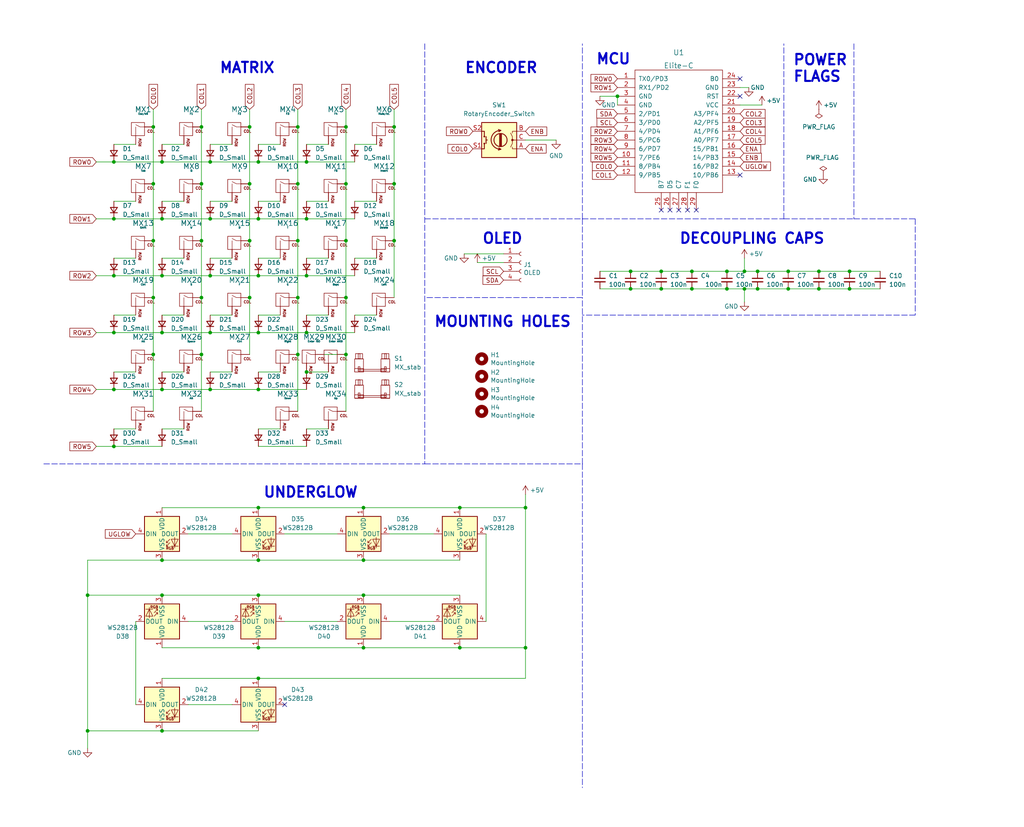
<source format=kicad_sch>
(kicad_sch (version 20211123) (generator eeschema)
  (paper "User" 297.002 240.005)
  (lib_symbols
    (symbol "Connector:Conn_01x04_Female" (pin_names (offset 1.016) hide)
      (property "Reference" "J" (at 0 5.08 0))
      (property "Value" "Conn_01x04_Female" (at 0 -7.62 0))
      (symbol "Conn_01x04_Female_1_1"
        (pin passive line (at -5.08 2.54 0) (length 3.81) (name "Pin_1") (number "1"))
        (pin passive line (at -5.08 0 0) (length 3.81) (name "Pin_2") (number "2"))
        (pin passive line (at -5.08 -2.54 0) (length 3.81) (name "Pin_3") (number "3"))
        (pin passive line (at -5.08 -5.08 0) (length 3.81) (name "Pin_4") (number "4"))
      )
    )
    (symbol "Device:C_Small" (pin_numbers hide) (pin_names (offset 0.254) hide)
      (property "Reference" "C" (at 0.254 1.778 0))
      (property "Value" "C_Small" (at 0.254 -2.032 0))
      (symbol "C_Small_1_1"
        (pin passive line (at 0 2.54 270) (length 2.032) (name "~") (number "1"))
        (pin passive line (at 0 -2.54 90) (length 2.032) (name "~") (number "2"))
      )
    )
    (symbol "Device:D_Small" (pin_numbers hide) (pin_names (offset 0.254) hide)
      (property "Reference" "D" (at -1.27 2.032 0))
      (property "Value" "D_Small" (at -3.81 -2.032 0))
      (symbol "D_Small_1_1"
        (pin passive line (at -2.54 0 0) (length 1.778) (name "K") (number "1"))
        (pin passive line (at 2.54 0 180) (length 1.778) (name "A") (number "2"))
      )
    )
    (symbol "Device:RotaryEncoder_Switch" (pin_names (offset 0.254) hide)
      (property "Reference" "SW" (at 0 6.604 0))
      (property "Value" "RotaryEncoder_Switch" (at 0 -6.604 0))
      (symbol "RotaryEncoder_Switch_1_1"
        (pin passive line (at -7.62 2.54 0) (length 2.54) (name "A") (number "A"))
        (pin passive line (at -7.62 -2.54 0) (length 2.54) (name "B") (number "B"))
        (pin passive line (at -7.62 0 0) (length 2.54) (name "C") (number "C"))
        (pin passive line (at 7.62 2.54 180) (length 2.54) (name "S1") (number "S1"))
        (pin passive line (at 7.62 -2.54 180) (length 2.54) (name "S2") (number "S2"))
      )
    )
    (symbol "LED:WS2812B" (pin_names (offset 0.254))
      (property "Reference" "D" (at 5.08 5.715 0))
      (property "Value" "WS2812B" (at 1.27 -5.715 0))
      (symbol "WS2812B_0_0"
        (text "RGB" (at 2.286 -4.191 0) (effects (font (size 0.762 0.762))))
      )
      (symbol "WS2812B_1_1"
        (pin power_in line (at 0 7.62 270) (length 2.54) (name "VDD") (number "1"))
        (pin output line (at 7.62 0 180) (length 2.54) (name "DOUT") (number "2"))
        (pin power_in line (at 0 -7.62 90) (length 2.54) (name "VSS") (number "3"))
        (pin input line (at -7.62 0 0) (length 2.54) (name "DIN") (number "4"))
      )
    )
    (symbol "MX_Alps_Hybrid:MX-NoLED" (pin_names (offset 1.016))
      (property "Reference" "MX" (at -0.635 3.81 0))
      (property "Value" "MX-NoLED" (at -0.635 1.27 0))
      (symbol "MX-NoLED_0_0"
        (text "COL" (at 3.175 0 0) (effects (font (size 0.762 0.762))))
        (text "ROW" (at 0 -1.905 900) (effects (font (size 0.762 0.762)) (justify right)))
      )
      (symbol "MX-NoLED_1_1"
        (pin passive line (at 3.81 1.27 180) (length 2.54) (name "COL") (number "1"))
        (pin passive line (at -1.27 -3.81 90) (length 2.54) (name "ROW") (number "2"))
      )
    )
    (symbol "Mechanical:MountingHole" (pin_names (offset 1.016))
      (property "Reference" "H" (at 0 5.08 0))
      (property "Value" "MountingHole" (at 0 3.175 0))
    )
    (symbol "keebio:Elite-C" (pin_names (offset 1.016))
      (property "Reference" "U" (at 0 0 0))
      (property "Value" "Elite-C" (at 0 2.54 0))
      (symbol "Elite-C_1_1"
        (pin input line (at -17.78 13.97 0) (length 5.08) (name "TX0/PD3") (number "1"))
        (pin input line (at -17.78 -8.89 0) (length 5.08) (name "7/PE6") (number "10"))
        (pin input line (at -17.78 -11.43 0) (length 5.08) (name "8/PB4") (number "11"))
        (pin input line (at -17.78 -13.97 0) (length 5.08) (name "9/PB5") (number "12"))
        (pin input line (at 17.78 -13.97 180) (length 5.08) (name "10/PB6") (number "13"))
        (pin input line (at 17.78 -11.43 180) (length 5.08) (name "16/PB2") (number "14"))
        (pin input line (at 17.78 -8.89 180) (length 5.08) (name "14/PB3") (number "15"))
        (pin input line (at 17.78 -6.35 180) (length 5.08) (name "15/PB1") (number "16"))
        (pin input line (at 17.78 -3.81 180) (length 5.08) (name "A0/PF7") (number "17"))
        (pin input line (at 17.78 -1.27 180) (length 5.08) (name "A1/PF6") (number "18"))
        (pin input line (at 17.78 1.27 180) (length 5.08) (name "A2/PF5") (number "19"))
        (pin input line (at -17.78 11.43 0) (length 5.08) (name "RX1/PD2") (number "2"))
        (pin input line (at 17.78 3.81 180) (length 5.08) (name "A3/PF4") (number "20"))
        (pin input line (at 17.78 6.35 180) (length 5.08) (name "VCC") (number "21"))
        (pin input line (at 17.78 8.89 180) (length 5.08) (name "RST") (number "22"))
        (pin input line (at 17.78 11.43 180) (length 5.08) (name "GND") (number "23"))
        (pin input line (at 17.78 13.97 180) (length 5.08) (name "B0") (number "24"))
        (pin input line (at -5.08 -24.13 90) (length 5.08) (name "B7") (number "25"))
        (pin input line (at -2.54 -24.13 90) (length 5.08) (name "D5") (number "26"))
        (pin input line (at 0 -24.13 90) (length 5.08) (name "C7") (number "27"))
        (pin input line (at 2.54 -24.13 90) (length 5.08) (name "F1") (number "28"))
        (pin input line (at 5.08 -24.13 90) (length 5.08) (name "F0") (number "29"))
        (pin input line (at -17.78 8.89 0) (length 5.08) (name "GND") (number "3"))
        (pin input line (at -17.78 6.35 0) (length 5.08) (name "GND") (number "4"))
        (pin input line (at -17.78 3.81 0) (length 5.08) (name "2/PD1") (number "5"))
        (pin input line (at -17.78 1.27 0) (length 5.08) (name "3/PD0") (number "6"))
        (pin input line (at -17.78 -1.27 0) (length 5.08) (name "4/PD4") (number "7"))
        (pin input line (at -17.78 -3.81 0) (length 5.08) (name "5/PC6") (number "8"))
        (pin input line (at -17.78 -6.35 0) (length 5.08) (name "6/PD7") (number "9"))
      )
    )
    (symbol "marbastlib-mx:MX_stab" (pin_names (offset 1.016))
      (property "Reference" "S" (at -5.08 6.35 0))
      (property "Value" "MX_stab" (at -5.08 3.81 0))
    )
    (symbol "power:+5V" (power) (pin_names (offset 0))
      (property "Value" "+5V" (at 0 3.556 0))
      (symbol "+5V_1_1"
        (pin power_in line (at 0 0 90) (length 0) hide (name "+5V") (number "1"))
      )
    )
    (symbol "power:GND" (power) (pin_names (offset 0))
      (property "Value" "GND" (at 0 -3.81 0))
      (symbol "GND_1_1"
        (pin power_in line (at 0 0 270) (length 0) hide (name "GND") (number "1"))
      )
    )
    (symbol "power:PWR_FLAG" (power) (pin_numbers hide) (pin_names (offset 0) hide)
      (property "Value" "PWR_FLAG" (at 0 3.81 0))
      (symbol "PWR_FLAG_0_0"
        (pin power_out line (at 0 0 90) (length 0) (name "pwr") (number "1"))
      )
    )
  )
  (junction (at 58.42 102.87))
  (junction (at 105.41 147.32))
  (junction (at 114.3 53.34))
  (junction (at 74.93 63.5))
  (junction (at 74.93 96.52))
  (junction (at 182.88 83.82))
  (junction (at 44.45 53.34))
  (junction (at 105.41 162.56))
  (junction (at 74.93 46.99))
  (junction (at 215.9 78.74))
  (junction (at 74.93 187.96))
  (junction (at 25.4 212.09))
  (junction (at 46.99 212.09))
  (junction (at 210.82 83.82))
  (junction (at 58.42 36.83))
  (junction (at 46.99 162.56))
  (junction (at 86.36 86.36))
  (junction (at 100.33 86.36))
  (junction (at 72.39 36.83))
  (junction (at 33.02 63.5))
  (junction (at 88.9 63.5))
  (junction (at 58.42 86.36))
  (junction (at 33.02 113.03))
  (junction (at 133.35 147.32))
  (junction (at 58.42 69.85))
  (junction (at 246.38 83.82))
  (junction (at 74.93 172.72))
  (junction (at 228.6 83.82))
  (junction (at 88.9 80.01))
  (junction (at 100.33 53.34))
  (junction (at 105.41 172.72))
  (junction (at 33.02 129.54))
  (junction (at 46.99 172.72))
  (junction (at 86.36 53.34))
  (junction (at 33.02 96.52))
  (junction (at 74.93 162.56))
  (junction (at 86.36 36.83))
  (junction (at 114.3 36.83))
  (junction (at 46.99 96.52))
  (junction (at 228.6 78.74))
  (junction (at 44.45 69.85))
  (junction (at 100.33 36.83))
  (junction (at 215.9 83.82))
  (junction (at 133.35 187.96))
  (junction (at 44.45 86.36))
  (junction (at 72.39 53.34))
  (junction (at 200.66 78.74))
  (junction (at 74.93 196.85))
  (junction (at 74.93 113.03))
  (junction (at 114.3 69.85))
  (junction (at 74.93 147.32))
  (junction (at 58.42 53.34))
  (junction (at 60.96 113.03))
  (junction (at 33.02 80.01))
  (junction (at 100.33 69.85))
  (junction (at 60.96 46.99))
  (junction (at 219.71 78.74))
  (junction (at 86.36 102.87))
  (junction (at 88.9 107.95))
  (junction (at 179.07 27.94))
  (junction (at 33.02 46.99))
  (junction (at 152.4 187.96))
  (junction (at 44.45 36.83))
  (junction (at 60.96 96.52))
  (junction (at 191.77 78.74))
  (junction (at 86.36 69.85))
  (junction (at 191.77 83.82))
  (junction (at 100.33 102.87))
  (junction (at 237.49 78.74))
  (junction (at 219.71 83.82))
  (junction (at 182.88 78.74))
  (junction (at 210.82 78.74))
  (junction (at 200.66 83.82))
  (junction (at 25.4 172.72))
  (junction (at 60.96 63.5))
  (junction (at 72.39 86.36))
  (junction (at 44.45 102.87))
  (junction (at 237.49 83.82))
  (junction (at 46.99 113.03))
  (junction (at 72.39 69.85))
  (junction (at 105.41 187.96))
  (junction (at 74.93 80.01))
  (junction (at 152.4 147.32))
  (junction (at 88.9 46.99))
  (junction (at 46.99 63.5))
  (junction (at 88.9 96.52))
  (junction (at 46.99 46.99))
  (junction (at 60.96 80.01))
  (junction (at 46.99 80.01))
  (junction (at 246.38 78.74))
  (no_connect (at 214.63 50.8))
  (no_connect (at 82.55 204.47))
  (no_connect (at 214.63 27.94))
  (no_connect (at 214.63 22.86))
  (no_connect (at 191.77 60.96))
  (no_connect (at 194.31 60.96))
  (no_connect (at 196.85 60.96))
  (no_connect (at 199.39 60.96))
  (no_connect (at 201.93 60.96))
  (wire (pts (xy 214.63 25.4) (xy 217.17 25.4)))
  (wire (pts (xy 86.36 69.85) (xy 86.36 86.36)))
  (wire (pts (xy 146.05 73.66) (xy 134.62 73.66)))
  (polyline (pts (xy 12.7 134.62) (xy 123.19 134.62)))
  (wire (pts (xy 200.66 83.82) (xy 210.82 83.82)))
  (wire (pts (xy 100.33 53.34) (xy 100.33 69.85)))
  (wire (pts (xy 82.55 154.94) (xy 97.79 154.94)))
  (wire (pts (xy 46.99 91.44) (xy 53.34 91.44)))
  (wire (pts (xy 88.9 80.01) (xy 102.87 80.01)))
  (polyline (pts (xy 265.43 91.44) (xy 168.91 91.44)))
  (wire (pts (xy 220.98 30.48) (xy 214.63 30.48)))
  (wire (pts (xy 105.41 147.32) (xy 133.35 147.32)))
  (wire (pts (xy 72.39 86.36) (xy 72.39 102.87)))
  (wire (pts (xy 74.93 129.54) (xy 88.9 129.54)))
  (wire (pts (xy 72.39 53.34) (xy 72.39 69.85)))
  (wire (pts (xy 44.45 86.36) (xy 44.45 102.87)))
  (wire (pts (xy 152.4 40.64) (xy 161.29 40.64)))
  (wire (pts (xy 33.02 46.99) (xy 46.99 46.99)))
  (wire (pts (xy 33.02 63.5) (xy 46.99 63.5)))
  (wire (pts (xy 86.36 86.36) (xy 86.36 102.87)))
  (wire (pts (xy 58.42 36.83) (xy 58.42 53.34)))
  (wire (pts (xy 54.61 154.94) (xy 67.31 154.94)))
  (wire (pts (xy 182.88 83.82) (xy 191.77 83.82)))
  (wire (pts (xy 33.02 80.01) (xy 46.99 80.01)))
  (polyline (pts (xy 227.33 63.5) (xy 227.33 12.7)))
  (polyline (pts (xy 168.91 63.5) (xy 227.33 63.5)))
  (wire (pts (xy 74.93 113.03) (xy 88.9 113.03)))
  (wire (pts (xy 86.36 31.75) (xy 86.36 36.83)))
  (wire (pts (xy 46.99 162.56) (xy 74.93 162.56)))
  (wire (pts (xy 27.94 96.52) (xy 33.02 96.52)))
  (wire (pts (xy 114.3 31.75) (xy 114.3 36.83)))
  (wire (pts (xy 74.93 187.96) (xy 105.41 187.96)))
  (wire (pts (xy 44.45 31.75) (xy 44.45 36.83)))
  (polyline (pts (xy 247.65 12.7) (xy 247.65 63.5)))
  (wire (pts (xy 105.41 172.72) (xy 74.93 172.72)))
  (wire (pts (xy 46.99 196.85) (xy 74.93 196.85)))
  (wire (pts (xy 46.99 162.56) (xy 25.4 162.56)))
  (wire (pts (xy 44.45 53.34) (xy 44.45 69.85)))
  (wire (pts (xy 88.9 58.42) (xy 95.25 58.42)))
  (wire (pts (xy 179.07 27.94) (xy 179.07 30.48)))
  (wire (pts (xy 33.02 74.93) (xy 39.37 74.93)))
  (wire (pts (xy 86.36 102.87) (xy 86.36 119.38)))
  (wire (pts (xy 100.33 86.36) (xy 100.33 102.87)))
  (wire (pts (xy 210.82 78.74) (xy 215.9 78.74)))
  (polyline (pts (xy 168.91 134.62) (xy 168.91 86.36)))
  (wire (pts (xy 86.36 36.83) (xy 86.36 53.34)))
  (wire (pts (xy 74.93 46.99) (xy 88.9 46.99)))
  (wire (pts (xy 228.6 78.74) (xy 237.49 78.74)))
  (wire (pts (xy 200.66 78.74) (xy 210.82 78.74)))
  (wire (pts (xy 25.4 212.09) (xy 25.4 217.17)))
  (wire (pts (xy 100.33 102.87) (xy 100.33 119.38)))
  (wire (pts (xy 33.02 58.42) (xy 39.37 58.42)))
  (wire (pts (xy 60.96 80.01) (xy 74.93 80.01)))
  (wire (pts (xy 25.4 172.72) (xy 25.4 212.09)))
  (polyline (pts (xy 168.91 63.5) (xy 168.91 86.36)))
  (wire (pts (xy 114.3 53.34) (xy 114.3 69.85)))
  (wire (pts (xy 58.42 102.87) (xy 58.42 119.38)))
  (wire (pts (xy 44.45 69.85) (xy 44.45 86.36)))
  (wire (pts (xy 219.71 83.82) (xy 228.6 83.82)))
  (wire (pts (xy 74.93 162.56) (xy 105.41 162.56)))
  (wire (pts (xy 215.9 83.82) (xy 219.71 83.82)))
  (polyline (pts (xy 123.19 134.62) (xy 168.91 134.62)))
  (wire (pts (xy 72.39 31.75) (xy 72.39 36.83)))
  (wire (pts (xy 100.33 36.83) (xy 100.33 53.34)))
  (polyline (pts (xy 265.43 63.5) (xy 265.43 91.44)))
  (wire (pts (xy 60.96 46.99) (xy 74.93 46.99)))
  (wire (pts (xy 46.99 74.93) (xy 53.34 74.93)))
  (wire (pts (xy 46.99 63.5) (xy 60.96 63.5)))
  (wire (pts (xy 25.4 162.56) (xy 25.4 172.72)))
  (wire (pts (xy 74.93 196.85) (xy 152.4 196.85)))
  (wire (pts (xy 228.6 83.82) (xy 237.49 83.82)))
  (wire (pts (xy 102.87 74.93) (xy 109.22 74.93)))
  (wire (pts (xy 152.4 196.85) (xy 152.4 187.96)))
  (wire (pts (xy 25.4 212.09) (xy 46.99 212.09)))
  (wire (pts (xy 173.99 27.94) (xy 179.07 27.94)))
  (wire (pts (xy 46.99 212.09) (xy 74.93 212.09)))
  (wire (pts (xy 74.93 74.93) (xy 81.28 74.93)))
  (wire (pts (xy 58.42 53.34) (xy 58.42 69.85)))
  (wire (pts (xy 74.93 147.32) (xy 105.41 147.32)))
  (wire (pts (xy 44.45 102.87) (xy 44.45 119.38)))
  (wire (pts (xy 219.71 78.74) (xy 228.6 78.74)))
  (polyline (pts (xy 168.91 86.36) (xy 123.19 86.36)))
  (wire (pts (xy 133.35 187.96) (xy 152.4 187.96)))
  (wire (pts (xy 88.9 124.46) (xy 95.25 124.46)))
  (wire (pts (xy 105.41 162.56) (xy 133.35 162.56)))
  (wire (pts (xy 246.38 78.74) (xy 255.27 78.74)))
  (wire (pts (xy 93.98 102.87) (xy 100.33 102.87)))
  (wire (pts (xy 74.93 63.5) (xy 88.9 63.5)))
  (wire (pts (xy 88.9 91.44) (xy 95.25 91.44)))
  (polyline (pts (xy 227.33 63.5) (xy 247.65 63.5)))
  (wire (pts (xy 46.99 41.91) (xy 53.34 41.91)))
  (wire (pts (xy 133.35 172.72) (xy 105.41 172.72)))
  (polyline (pts (xy 123.19 12.7) (xy 123.19 134.62)))
  (wire (pts (xy 27.94 113.03) (xy 33.02 113.03)))
  (wire (pts (xy 27.94 46.99) (xy 33.02 46.99)))
  (wire (pts (xy 88.9 63.5) (xy 102.87 63.5)))
  (wire (pts (xy 114.3 36.83) (xy 114.3 53.34)))
  (wire (pts (xy 33.02 113.03) (xy 46.99 113.03)))
  (wire (pts (xy 60.96 58.42) (xy 67.31 58.42)))
  (wire (pts (xy 152.4 143.51) (xy 152.4 147.32)))
  (wire (pts (xy 27.94 63.5) (xy 33.02 63.5)))
  (wire (pts (xy 102.87 41.91) (xy 109.22 41.91)))
  (wire (pts (xy 46.99 58.42) (xy 53.34 58.42)))
  (wire (pts (xy 100.33 69.85) (xy 100.33 86.36)))
  (wire (pts (xy 72.39 69.85) (xy 72.39 86.36)))
  (wire (pts (xy 88.9 46.99) (xy 102.87 46.99)))
  (wire (pts (xy 114.3 69.85) (xy 114.3 86.36)))
  (polyline (pts (xy 123.19 63.5) (xy 168.91 63.5)))
  (wire (pts (xy 173.99 78.74) (xy 182.88 78.74)))
  (wire (pts (xy 27.94 80.01) (xy 33.02 80.01)))
  (wire (pts (xy 46.99 124.46) (xy 53.34 124.46)))
  (wire (pts (xy 60.96 113.03) (xy 74.93 113.03)))
  (polyline (pts (xy 168.91 134.62) (xy 168.91 228.6)))
  (polyline (pts (xy 247.65 63.5) (xy 265.43 63.5)))
  (wire (pts (xy 133.35 147.32) (xy 152.4 147.32)))
  (wire (pts (xy 113.03 154.94) (xy 125.73 154.94)))
  (wire (pts (xy 237.49 83.82) (xy 246.38 83.82)))
  (wire (pts (xy 33.02 96.52) (xy 46.99 96.52)))
  (wire (pts (xy 44.45 36.83) (xy 44.45 53.34)))
  (wire (pts (xy 215.9 83.82) (xy 215.9 87.63)))
  (wire (pts (xy 58.42 69.85) (xy 58.42 86.36)))
  (wire (pts (xy 33.02 124.46) (xy 39.37 124.46)))
  (wire (pts (xy 246.38 83.82) (xy 255.27 83.82)))
  (wire (pts (xy 54.61 204.47) (xy 67.31 204.47)))
  (wire (pts (xy 74.93 41.91) (xy 81.28 41.91)))
  (wire (pts (xy 60.96 107.95) (xy 67.31 107.95)))
  (wire (pts (xy 46.99 147.32) (xy 74.93 147.32)))
  (wire (pts (xy 152.4 187.96) (xy 152.4 147.32)))
  (wire (pts (xy 102.87 91.44) (xy 109.22 91.44)))
  (wire (pts (xy 74.93 96.52) (xy 88.9 96.52)))
  (wire (pts (xy 173.99 83.82) (xy 182.88 83.82)))
  (wire (pts (xy 215.9 78.74) (xy 219.71 78.74)))
  (wire (pts (xy 33.02 107.95) (xy 39.37 107.95)))
  (wire (pts (xy 88.9 74.93) (xy 95.25 74.93)))
  (wire (pts (xy 46.99 187.96) (xy 74.93 187.96)))
  (wire (pts (xy 88.9 96.52) (xy 102.87 96.52)))
  (wire (pts (xy 58.42 86.36) (xy 58.42 102.87)))
  (wire (pts (xy 46.99 46.99) (xy 60.96 46.99)))
  (wire (pts (xy 72.39 36.83) (xy 72.39 53.34)))
  (wire (pts (xy 46.99 113.03) (xy 60.96 113.03)))
  (wire (pts (xy 82.55 180.34) (xy 97.79 180.34)))
  (wire (pts (xy 46.99 107.95) (xy 53.34 107.95)))
  (wire (pts (xy 74.93 80.01) (xy 88.9 80.01)))
  (wire (pts (xy 74.93 91.44) (xy 81.28 91.44)))
  (wire (pts (xy 100.33 31.75) (xy 100.33 36.83)))
  (wire (pts (xy 88.9 41.91) (xy 95.25 41.91)))
  (wire (pts (xy 105.41 187.96) (xy 133.35 187.96)))
  (wire (pts (xy 74.93 58.42) (xy 81.28 58.42)))
  (wire (pts (xy 39.37 180.34) (xy 39.37 204.47)))
  (wire (pts (xy 182.88 78.74) (xy 191.77 78.74)))
  (wire (pts (xy 60.96 91.44) (xy 67.31 91.44)))
  (wire (pts (xy 210.82 83.82) (xy 215.9 83.82)))
  (wire (pts (xy 33.02 41.91) (xy 39.37 41.91)))
  (wire (pts (xy 191.77 83.82) (xy 200.66 83.82)))
  (wire (pts (xy 60.96 74.93) (xy 67.31 74.93)))
  (wire (pts (xy 33.02 91.44) (xy 39.37 91.44)))
  (wire (pts (xy 113.03 180.34) (xy 125.73 180.34)))
  (wire (pts (xy 54.61 180.34) (xy 67.31 180.34)))
  (wire (pts (xy 33.02 129.54) (xy 46.99 129.54)))
  (wire (pts (xy 74.93 172.72) (xy 46.99 172.72)))
  (wire (pts (xy 138.43 76.2) (xy 146.05 76.2)))
  (wire (pts (xy 102.87 58.42) (xy 109.22 58.42)))
  (wire (pts (xy 27.94 129.54) (xy 33.02 129.54)))
  (wire (pts (xy 60.96 41.91) (xy 67.31 41.91)))
  (wire (pts (xy 215.9 74.93) (xy 215.9 78.74)))
  (wire (pts (xy 58.42 31.75) (xy 58.42 36.83)))
  (wire (pts (xy 60.96 96.52) (xy 74.93 96.52)))
  (wire (pts (xy 88.9 107.95) (xy 95.25 107.95)))
  (wire (pts (xy 140.97 154.94) (xy 140.97 180.34)))
  (wire (pts (xy 237.49 78.74) (xy 246.38 78.74)))
  (wire (pts (xy 46.99 172.72) (xy 25.4 172.72)))
  (polyline (pts (xy 168.91 63.5) (xy 168.91 12.7)))
  (wire (pts (xy 191.77 78.74) (xy 200.66 78.74)))
  (wire (pts (xy 60.96 63.5) (xy 74.93 63.5)))
  (wire (pts (xy 46.99 96.52) (xy 60.96 96.52)))
  (wire (pts (xy 86.36 53.34) (xy 86.36 69.85)))
  (wire (pts (xy 74.93 124.46) (xy 81.28 124.46)))
  (wire (pts (xy 74.93 107.95) (xy 81.28 107.95)))
  (wire (pts (xy 46.99 80.01) (xy 60.96 80.01)))
  (text "DECOUPLING CAPS" (at 196.85 71.12 0) (effects (font (size 3 3) (thickness 0.6) bold) (justify left bottom)))
  (text "MOUNTING HOLES" (at 125.73 95.25 0) (effects (font (size 3 3) (thickness 0.6) bold) (justify left bottom)))
  (text "POWER\nFLAGS" (at 229.87 24.13 0) (effects (font (size 3 3) (thickness 0.6) bold) (justify left bottom)))
  (text "OLED" (at 139.7 71.12 0) (effects (font (size 3 3) (thickness 0.6) bold) (justify left bottom)))
  (text "MATRIX" (at 63.5 21.59 0) (effects (font (size 3 3) (thickness 0.6) bold) (justify left bottom)))
  (text "UNDERGLOW" (at 76.2 144.78 0) (effects (font (size 3 3) (thickness 0.6) bold) (justify left bottom)))
  (text "MCU" (at 172.72 19.05 0) (effects (font (size 3 3) (thickness 0.6) bold) (justify left bottom)))
  (text "ENCODER" (at 134.62 21.59 0) (effects (font (size 3 3) (thickness 0.6) bold) (justify left bottom)))
  (global_label "COL2" (shape input) (at 72.39 31.75 90) (property "Intersheet References" "${INTERSHEET_REFS}" (effects hide)))
  (global_label "ENB" (shape input) (at 152.4 38.1 0) (property "Intersheet References" "${INTERSHEET_REFS}" (effects hide)))
  (global_label "ROW4" (shape input) (at 27.94 113.03 180) (property "Intersheet References" "${INTERSHEET_REFS}" (effects hide)))
  (global_label "COL0" (shape input) (at 137.16 43.18 180) (property "Intersheet References" "${INTERSHEET_REFS}" (effects hide)))
  (global_label "ROW0" (shape input) (at 179.07 22.86 180) (property "Intersheet References" "${INTERSHEET_REFS}" (effects hide)))
  (global_label "COL4" (shape input) (at 100.33 31.75 90) (property "Intersheet References" "${INTERSHEET_REFS}" (effects hide)))
  (global_label "ROW4" (shape input) (at 179.07 43.18 180) (property "Intersheet References" "${INTERSHEET_REFS}" (effects hide)))
  (global_label "COL1" (shape input) (at 179.07 50.8 180) (property "Intersheet References" "${INTERSHEET_REFS}" (effects hide)))
  (global_label "COL3" (shape input) (at 214.63 35.56 0) (property "Intersheet References" "${INTERSHEET_REFS}" (effects hide)))
  (global_label "ROW3" (shape input) (at 27.94 96.52 180) (property "Intersheet References" "${INTERSHEET_REFS}" (effects hide)))
  (global_label "ENA" (shape input) (at 214.63 43.18 0) (property "Intersheet References" "${INTERSHEET_REFS}" (effects hide)))
  (global_label "COL5" (shape input) (at 214.63 40.64 0) (property "Intersheet References" "${INTERSHEET_REFS}" (effects hide)))
  (global_label "COL5" (shape input) (at 114.3 31.75 90) (property "Intersheet References" "${INTERSHEET_REFS}" (effects hide)))
  (global_label "SDA" (shape input) (at 179.07 33.02 180) (property "Intersheet References" "${INTERSHEET_REFS}" (effects hide)))
  (global_label "ROW5" (shape input) (at 179.07 45.72 180) (property "Intersheet References" "${INTERSHEET_REFS}" (effects hide)))
  (global_label "ROW3" (shape input) (at 179.07 40.64 180) (property "Intersheet References" "${INTERSHEET_REFS}" (effects hide)))
  (global_label "COL0" (shape input) (at 44.45 31.75 90) (property "Intersheet References" "${INTERSHEET_REFS}" (effects hide)))
  (global_label "SDA" (shape input) (at 146.05 81.28 180) (property "Intersheet References" "${INTERSHEET_REFS}" (effects hide)))
  (global_label "ROW2" (shape input) (at 27.94 80.01 180) (property "Intersheet References" "${INTERSHEET_REFS}" (effects hide)))
  (global_label "ROW1" (shape input) (at 27.94 63.5 180) (property "Intersheet References" "${INTERSHEET_REFS}" (effects hide)))
  (global_label "UGLOW" (shape input) (at 39.37 154.94 180) (property "Intersheet References" "${INTERSHEET_REFS}" (effects hide)))
  (global_label "ROW1" (shape input) (at 179.07 25.4 180) (property "Intersheet References" "${INTERSHEET_REFS}" (effects hide)))
  (global_label "COL3" (shape input) (at 86.36 31.75 90) (property "Intersheet References" "${INTERSHEET_REFS}" (effects hide)))
  (global_label "COL1" (shape input) (at 58.42 31.75 90) (property "Intersheet References" "${INTERSHEET_REFS}" (effects hide)))
  (global_label "ENB" (shape input) (at 214.63 45.72 0) (property "Intersheet References" "${INTERSHEET_REFS}" (effects hide)))
  (global_label "SCL" (shape input) (at 146.05 78.74 180) (property "Intersheet References" "${INTERSHEET_REFS}" (effects hide)))
  (global_label "ROW0" (shape input) (at 137.16 38.1 180) (property "Intersheet References" "${INTERSHEET_REFS}" (effects hide)))
  (global_label "UGLOW" (shape input) (at 214.63 48.26 0) (property "Intersheet References" "${INTERSHEET_REFS}" (effects hide)))
  (global_label "COL0" (shape input) (at 179.07 48.26 180) (property "Intersheet References" "${INTERSHEET_REFS}" (effects hide)))
  (global_label "COL2" (shape input) (at 214.63 33.02 0) (property "Intersheet References" "${INTERSHEET_REFS}" (effects hide)))
  (global_label "ROW2" (shape input) (at 179.07 38.1 180) (property "Intersheet References" "${INTERSHEET_REFS}" (effects hide)))
  (global_label "ROW5" (shape input) (at 27.94 129.54 180) (property "Intersheet References" "${INTERSHEET_REFS}" (effects hide)))
  (global_label "ROW0" (shape input) (at 27.94 46.99 180) (property "Intersheet References" "${INTERSHEET_REFS}" (effects hide)))
  (global_label "ENA" (shape input) (at 152.4 43.18 0) (property "Intersheet References" "${INTERSHEET_REFS}" (effects hide)))
  (global_label "COL4" (shape input) (at 214.63 38.1 0) (property "Intersheet References" "${INTERSHEET_REFS}" (effects hide)))
  (global_label "SCL" (shape input) (at 179.07 35.56 180) (property "Intersheet References" "${INTERSHEET_REFS}" (effects hide)))
  (symbol (lib_id "power:GND") (at 217.17 25.4 0) (unit 1)
    (property "Reference" "#PWR01" (effects hide))
    (property "Value" "GND" (at 219.71 25.4 0))
  )
  (symbol (lib_id "power:GND") (at 173.99 27.94 0) (unit 1)
    (property "Reference" "#PWR02" (effects hide))
    (property "Value" "GND" (at 176.53 30.48 0))
  )
  (symbol (lib_id "MX_Alps_Hybrid:MX-NoLED") (at 40.64 120.65 0) (unit 1)
    (property "Reference" "MX31" (at 41.5256 114.3 0) (effects (font (size 1.524 1.524))))
    (property "Value" "A" (at 41.5256 115.57 0) (effects (font (size 0.508 0.508))))
    (property "Footprint" "acheron_MXH_metalrings:MX100H" (effects hide))
  )
  (symbol (lib_id "MX_Alps_Hybrid:MX-NoLED") (at 82.55 54.61 0) (unit 1)
    (property "Reference" "MX10" (at 83.4356 48.26 0) (effects (font (size 1.524 1.524))))
    (property "Value" "R" (at 83.4356 49.53 0) (effects (font (size 0.508 0.508))))
    (property "Footprint" "acheron_MXH_metalrings:MX100H" (effects hide))
  )
  (symbol (lib_id "MX_Alps_Hybrid:MX-NoLED") (at 96.52 104.14 0) (unit 1)
    (property "Reference" "MX30" (at 97.4056 97.79 0) (effects (font (size 1.524 1.524))))
    (property "Value" "Enter ANSI" (at 97.4056 99.06 0) (effects (font (size 0.508 0.508))))
    (property "Footprint" "acheron_MXH_metalrings:MX100H" (effects hide))
  )
  (symbol (lib_id "power:GND") (at 161.29 40.64 0) (unit 1)
    (property "Reference" "#PWR05" (effects hide))
    (property "Value" "GND" (at 161.29 45.2025 0))
  )
  (symbol (lib_id "MX_Alps_Hybrid:MX-NoLED") (at 96.52 71.12 0) (unit 1)
    (property "Reference" "MX17" (at 97.4056 64.77 0) (effects (font (size 1.524 1.524))))
    (property "Value" "F6" (at 97.4056 66.04 0) (effects (font (size 0.508 0.508))))
    (property "Footprint" "acheron_MXH_metalrings:MX100H" (effects hide))
  )
  (symbol (lib_id "MX_Alps_Hybrid:MX-NoLED") (at 40.64 38.1 0) (unit 1)
    (property "Reference" "MX1" (at 41.5256 31.75 0) (effects (font (size 1.524 1.524))))
    (property "Value" "Esc/e0" (at 41.5256 33.02 0) (effects (font (size 0.508 0.508))))
    (property "Footprint" "acheron_MXH_metalrings:MX100H" (effects hide))
  )
  (symbol (lib_id "Device:D_Small") (at 102.87 44.45 90) (unit 1)
    (property "Reference" "D6" (at 105.41 43.1799 90) (effects (justify right)))
    (property "Value" "D_Small" (at 105.41 45.7199 90) (effects (justify right)))
    (property "Footprint" "custom_parts:Diode-dual-onesided" (effects hide))
  )
  (symbol (lib_id "MX_Alps_Hybrid:MX-NoLED") (at 96.52 120.65 0) (unit 1)
    (property "Reference" "MX34" (at 97.4056 114.3 0) (effects (font (size 1.524 1.524))))
    (property "Value" "Up" (at 97.4056 115.57 0) (effects (font (size 0.508 0.508))))
    (property "Footprint" "acheron_MXH_metalrings:MX100H" (effects hide))
  )
  (symbol (lib_id "power:+5V") (at 220.98 30.48 0) (unit 1)
    (property "Reference" "#PWR03" (effects hide))
    (property "Value" "+5V" (at 222.25 29.21 0) (effects (justify left)))
  )
  (symbol (lib_id "MX_Alps_Hybrid:MX-NoLED") (at 54.61 104.14 0) (unit 1)
    (property "Reference" "MX26" (at 55.4956 97.79 0) (effects (font (size 1.524 1.524))))
    (property "Value" "Space" (at 55.4956 99.06 0) (effects (font (size 0.508 0.508))))
    (property "Footprint" "acheron_MXH_metalrings:MX200H" (effects hide))
  )
  (symbol (lib_id "Device:D_Small") (at 33.02 60.96 90) (unit 1)
    (property "Reference" "D7" (at 35.56 59.6899 90) (effects (justify right)))
    (property "Value" "D_Small" (at 35.56 62.2299 90) (effects (justify right)))
    (property "Footprint" "custom_parts:Diode-dual-onesided" (effects hide))
  )
  (symbol (lib_id "Device:D_Small") (at 46.99 110.49 90) (unit 1)
    (property "Reference" "D26" (at 49.53 109.2199 90) (effects (justify right)))
    (property "Value" "D_Small" (at 49.53 111.7599 90) (effects (justify right)))
    (property "Footprint" "custom_parts:Diode-dual-onesided" (effects hide))
  )
  (symbol (lib_id "MX_Alps_Hybrid:MX-NoLED") (at 82.55 87.63 0) (unit 1)
    (property "Reference" "MX22" (at 83.4356 81.28 0) (effects (font (size 1.524 1.524))))
    (property "Value" "G" (at 83.4356 82.55 0) (effects (font (size 0.508 0.508))))
    (property "Footprint" "acheron_MXH_metalrings:MX100H" (effects hide))
  )
  (symbol (lib_id "Device:D_Small") (at 60.96 77.47 90) (unit 1)
    (property "Reference" "D15" (at 63.5 76.1999 90) (effects (justify right)))
    (property "Value" "D_Small" (at 63.5 78.7399 90) (effects (justify right)))
    (property "Footprint" "custom_parts:Diode-dual-onesided" (effects hide))
  )
  (symbol (lib_id "power:PWR_FLAG") (at 237.49 31.75 180) (unit 1)
    (property "Reference" "#FLG01" (effects hide))
    (property "Value" "PWR_FLAG" (at 237.49 36.83 0))
  )
  (symbol (lib_id "Device:D_Small") (at 60.96 60.96 90) (unit 1)
    (property "Reference" "D9" (at 63.5 59.6899 90) (effects (justify right)))
    (property "Value" "D_Small" (at 63.5 62.2299 90) (effects (justify right)))
    (property "Footprint" "custom_parts:Diode-dual-onesided" (effects hide))
  )
  (symbol (lib_id "Device:D_Small") (at 60.96 110.49 90) (unit 1)
    (property "Reference" "D27" (at 63.5 109.2199 90) (effects (justify right)))
    (property "Value" "D_Small" (at 63.5 111.7599 90) (effects (justify right)))
    (property "Footprint" "custom_parts:Diode-dual-onesided" (effects hide))
  )
  (symbol (lib_id "marbastlib-mx:MX_stab") (at 107.95 113.03 0) (unit 1)
    (property "Reference" "S2" (at 114.3 111.6329 0) (effects (justify left)))
    (property "Value" "MX_stab" (at 114.3 114.1729 0) (effects (justify left)))
    (property "Footprint" "marbastlib-mx:STAB_MX_ISO_FLIPPED" (effects hide))
  )
  (symbol (lib_id "MX_Alps_Hybrid:MX-NoLED") (at 96.52 54.61 0) (unit 1)
    (property "Reference" "MX11" (at 97.4056 48.26 0) (effects (font (size 1.524 1.524))))
    (property "Value" "F5" (at 97.4056 49.53 0) (effects (font (size 0.508 0.508))))
    (property "Footprint" "acheron_MXH_metalrings:MX100H" (effects hide))
  )
  (symbol (lib_id "MX_Alps_Hybrid:MX-NoLED") (at 40.64 71.12 0) (unit 1)
    (property "Reference" "MX13" (at 41.5256 64.77 0) (effects (font (size 1.524 1.524))))
    (property "Value" "Shift" (at 41.5256 66.04 0) (effects (font (size 0.508 0.508))))
    (property "Footprint" "acheron_MXH_metalrings:MX125H" (effects hide))
  )
  (symbol (lib_id "Mechanical:MountingHole") (at 139.7 109.22 0) (unit 1)
    (property "Reference" "H2" (at 142.24 108.0516 0) (effects (justify left)))
    (property "Value" "MountingHole" (at 142.24 110.363 0) (effects (justify left)))
    (property "Footprint" "MountingHole:MountingHole_2.2mm_M2_Pad" (effects hide))
  )
  (symbol (lib_id "MX_Alps_Hybrid:MX-NoLED") (at 68.58 87.63 0) (unit 1)
    (property "Reference" "MX21" (at 69.4656 81.28 0) (effects (font (size 1.524 1.524))))
    (property "Value" "F" (at 69.4656 82.55 0) (effects (font (size 0.508 0.508))))
    (property "Footprint" "acheron_MXH_metalrings:MX100H" (effects hide))
  )
  (symbol (lib_id "Device:D_Small") (at 46.99 77.47 90) (unit 1)
    (property "Reference" "D14" (at 49.53 76.1999 90) (effects (justify right)))
    (property "Value" "D_Small" (at 49.53 78.7399 90) (effects (justify right)))
    (property "Footprint" "custom_parts:Diode-dual-onesided" (effects hide))
  )
  (symbol (lib_id "Device:D_Small") (at 46.99 60.96 90) (unit 1)
    (property "Reference" "D8" (at 49.53 59.6899 90) (effects (justify right)))
    (property "Value" "D_Small" (at 49.53 62.2299 90) (effects (justify right)))
    (property "Footprint" "custom_parts:Diode-dual-onesided" (effects hide))
  )
  (symbol (lib_id "keebio:Elite-C") (at 196.85 36.83 0) (unit 1)
    (property "Reference" "U1" (at 196.85 15.24 0) (effects (font (size 1.524 1.524))))
    (property "Value" "Elite-C" (at 196.85 19.05 0) (effects (font (size 1.524 1.524))))
    (property "Footprint" "Keebio-Parts:Elite-C-castellated-29pin-holes" (effects hide))
  )
  (symbol (lib_id "MX_Alps_Hybrid:MX-NoLED") (at 54.61 71.12 0) (unit 1)
    (property "Reference" "MX14" (at 55.4956 64.77 0) (effects (font (size 1.524 1.524))))
    (property "Value" "W" (at 55.4956 66.04 0) (effects (font (size 0.508 0.508))))
    (property "Footprint" "acheron_MXH_metalrings:MX100H" (effects hide))
  )
  (symbol (lib_id "MX_Alps_Hybrid:MX-NoLED") (at 96.52 38.1 0) (unit 1)
    (property "Reference" "MX5" (at 97.4056 31.75 0) (effects (font (size 1.524 1.524))))
    (property "Value" "F4" (at 97.4056 33.02 0) (effects (font (size 0.508 0.508))))
    (property "Footprint" "acheron_MXH_metalrings:MX100H" (effects hide))
  )
  (symbol (lib_id "MX_Alps_Hybrid:MX-NoLED") (at 82.55 38.1 0) (unit 1)
    (property "Reference" "MX4" (at 83.4356 31.75 0) (effects (font (size 1.524 1.524))))
    (property "Value" "F3" (at 83.4356 33.02 0) (effects (font (size 0.508 0.508))))
    (property "Footprint" "acheron_MXH_metalrings:MX100H" (effects hide))
  )
  (symbol (lib_id "MX_Alps_Hybrid:MX-NoLED") (at 110.49 71.12 0) (unit 1)
    (property "Reference" "MX18" (at 111.3756 64.77 0) (effects (font (size 1.524 1.524))))
    (property "Value" "Delete" (at 111.3756 66.04 0) (effects (font (size 0.508 0.508))))
    (property "Footprint" "acheron_MXH_metalrings:MX100H" (effects hide))
  )
  (symbol (lib_id "Device:D_Small") (at 33.02 110.49 90) (unit 1)
    (property "Reference" "D25" (at 35.56 109.2199 90) (effects (justify right)))
    (property "Value" "D_Small" (at 35.56 111.7599 90) (effects (justify right)))
    (property "Footprint" "custom_parts:Diode-dual-onesided" (effects hide))
  )
  (symbol (lib_id "Device:D_Small") (at 88.9 60.96 90) (unit 1)
    (property "Reference" "D11" (at 91.44 59.6899 90) (effects (justify right)))
    (property "Value" "D_Small" (at 91.44 62.2299 90) (effects (justify right)))
    (property "Footprint" "custom_parts:Diode-dual-onesided" (effects hide))
  )
  (symbol (lib_id "LED:WS2812B") (at 133.35 154.94 0) (unit 1)
    (property "Reference" "D37" (at 144.78 150.6093 0))
    (property "Value" "WS2812B" (at 144.78 153.1493 0))
    (property "Footprint" "LED_SMD:LED_WS2812B_PLCC4_5.0x5.0mm_P3.2mm" (effects hide))
    (property "Datasheet" "https://cdn-shop.adafruit.com/datasheets/WS2812B.pdf" (effects hide))
  )
  (symbol (lib_id "MX_Alps_Hybrid:MX-NoLED") (at 40.64 104.14 0) (unit 1)
    (property "Reference" "MX25" (at 41.5256 97.79 0) (effects (font (size 1.524 1.524))))
    (property "Value" "Alt" (at 41.5256 99.06 0) (effects (font (size 0.508 0.508))))
    (property "Footprint" "acheron_MXH_metalrings:MX125H" (effects hide))
  )
  (symbol (lib_id "MX_Alps_Hybrid:MX-NoLED") (at 54.61 38.1 0) (unit 1)
    (property "Reference" "MX2" (at 55.4956 31.75 0) (effects (font (size 1.524 1.524))))
    (property "Value" "F1" (at 55.4956 33.02 0) (effects (font (size 0.508 0.508))))
    (property "Footprint" "acheron_MXH_metalrings:MX100H" (effects hide))
  )
  (symbol (lib_id "MX_Alps_Hybrid:MX-NoLED") (at 110.49 38.1 0) (unit 1)
    (property "Reference" "MX6" (at 111.3756 31.75 0) (effects (font (size 1.524 1.524))))
    (property "Value" "Mute/e1" (at 111.3756 33.02 0) (effects (font (size 0.508 0.508))))
    (property "Footprint" "acheron_MXH_metalrings:MX100H" (effects hide))
  )
  (symbol (lib_id "MX_Alps_Hybrid:MX-NoLED") (at 82.55 120.65 0) (unit 1)
    (property "Reference" "MX33" (at 83.4356 114.3 0) (effects (font (size 1.524 1.524))))
    (property "Value" "Down" (at 83.4356 115.57 0) (effects (font (size 0.508 0.508))))
    (property "Footprint" "acheron_MXH_metalrings:MX100H" (effects hide))
  )
  (symbol (lib_id "MX_Alps_Hybrid:MX-NoLED") (at 110.49 87.63 0) (unit 1)
    (property "Reference" "MX24" (at 111.3756 81.28 0) (effects (font (size 1.524 1.524))))
    (property "Value" "Left" (at 111.3756 82.55 0) (effects (font (size 0.508 0.508))))
    (property "Footprint" "acheron_MXH_metalrings:MX100H" (effects hide))
  )
  (symbol (lib_id "Device:D_Small") (at 33.02 44.45 90) (unit 1)
    (property "Reference" "D1" (at 35.56 43.1799 90) (effects (justify right)))
    (property "Value" "D_Small" (at 35.56 45.7199 90) (effects (justify right)))
    (property "Footprint" "custom_parts:Diode-dual-onesided" (effects hide))
  )
  (symbol (lib_id "Device:D_Small") (at 46.99 127 90) (unit 1)
    (property "Reference" "D31" (at 49.53 125.7299 90) (effects (justify right)))
    (property "Value" "D_Small" (at 49.53 128.2699 90) (effects (justify right)))
    (property "Footprint" "custom_parts:Diode-dual-onesided" (effects hide))
  )
  (symbol (lib_id "Device:D_Small") (at 74.93 77.47 90) (unit 1)
    (property "Reference" "D16" (at 77.47 76.1999 90) (effects (justify right)))
    (property "Value" "D_Small" (at 77.47 78.7399 90) (effects (justify right)))
    (property "Footprint" "custom_parts:Diode-dual-onesided" (effects hide))
  )
  (symbol (lib_id "LED:WS2812B") (at 105.41 180.34 180) (unit 1)
    (property "Reference" "D40" (at 93.98 184.6707 0))
    (property "Value" "WS2812B" (at 93.98 182.1307 0))
    (property "Footprint" "LED_SMD:LED_WS2812B_PLCC4_5.0x5.0mm_P3.2mm" (effects hide))
    (property "Datasheet" "https://cdn-shop.adafruit.com/datasheets/WS2812B.pdf" (effects hide))
  )
  (symbol (lib_id "LED:WS2812B") (at 46.99 180.34 180) (unit 1)
    (property "Reference" "D38" (at 35.56 184.6707 0))
    (property "Value" "WS2812B" (at 35.56 182.1307 0))
    (property "Footprint" "LED_SMD:LED_WS2812B_PLCC4_5.0x5.0mm_P3.2mm" (effects hide))
    (property "Datasheet" "https://cdn-shop.adafruit.com/datasheets/WS2812B.pdf" (effects hide))
  )
  (symbol (lib_id "Device:C_Small") (at 191.77 81.28 0) (unit 1)
    (property "Reference" "C3" (at 194.31 80.0162 0) (effects (justify left)))
    (property "Value" "100n" (at 194.31 82.5562 0) (effects (justify left)))
    (property "Footprint" "Capacitor_SMD:C_0805_2012Metric_Pad1.18x1.45mm_HandSolder" (effects hide))
  )
  (symbol (lib_id "Device:D_Small") (at 46.99 93.98 90) (unit 1)
    (property "Reference" "D20" (at 49.53 92.7099 90) (effects (justify right)))
    (property "Value" "D_Small" (at 49.53 95.2499 90) (effects (justify right)))
    (property "Footprint" "custom_parts:Diode-dual-onesided" (effects hide))
  )
  (symbol (lib_id "Device:D_Small") (at 102.87 93.98 90) (unit 1)
    (property "Reference" "D24" (at 105.41 92.7099 90) (effects (justify right)))
    (property "Value" "D_Small" (at 105.41 95.2499 90) (effects (justify right)))
    (property "Footprint" "custom_parts:Diode-dual-onesided" (effects hide))
  )
  (symbol (lib_id "power:+5V") (at 237.49 31.75 0) (unit 1)
    (property "Reference" "#PWR04" (effects hide))
    (property "Value" "+5V" (at 238.76 30.48 0) (effects (justify left)))
  )
  (symbol (lib_id "MX_Alps_Hybrid:MX-NoLED") (at 40.64 87.63 0) (unit 1)
    (property "Reference" "MX19" (at 41.5256 81.28 0) (effects (font (size 1.524 1.524))))
    (property "Value" "Ctrl" (at 41.5256 82.55 0) (effects (font (size 0.508 0.508))))
    (property "Footprint" "acheron_MXH_metalrings:MX100H" (effects hide))
  )
  (symbol (lib_id "MX_Alps_Hybrid:MX-NoLED") (at 68.58 71.12 0) (unit 1)
    (property "Reference" "MX15" (at 69.4656 64.77 0) (effects (font (size 1.524 1.524))))
    (property "Value" "D" (at 69.4656 66.04 0) (effects (font (size 0.508 0.508))))
    (property "Footprint" "acheron_MXH_metalrings:MX100H" (effects hide))
  )
  (symbol (lib_id "power:+5V") (at 138.43 76.2 0) (unit 1)
    (property "Reference" "#PWR09" (effects hide))
    (property "Value" "+5V" (at 139.7 74.93 0) (effects (justify left)))
  )
  (symbol (lib_id "Device:D_Small") (at 88.9 44.45 90) (unit 1)
    (property "Reference" "D5" (at 91.44 43.1799 90) (effects (justify right)))
    (property "Value" "D_Small" (at 91.44 45.7199 90) (effects (justify right)))
    (property "Footprint" "custom_parts:Diode-dual-onesided" (effects hide))
  )
  (symbol (lib_id "Device:C_Small") (at 237.49 81.28 0) (unit 1)
    (property "Reference" "C8" (at 240.03 80.0162 0) (effects (justify left)))
    (property "Value" "100n" (at 240.03 82.5562 0) (effects (justify left)))
    (property "Footprint" "Capacitor_SMD:C_0805_2012Metric_Pad1.18x1.45mm_HandSolder" (effects hide))
  )
  (symbol (lib_id "Device:D_Small") (at 46.99 44.45 90) (unit 1)
    (property "Reference" "D2" (at 49.53 43.1799 90) (effects (justify right)))
    (property "Value" "D_Small" (at 49.53 45.7199 90) (effects (justify right)))
    (property "Footprint" "custom_parts:Diode-dual-onesided" (effects hide))
  )
  (symbol (lib_id "LED:WS2812B") (at 105.41 154.94 0) (unit 1)
    (property "Reference" "D36" (at 116.84 150.6093 0))
    (property "Value" "WS2812B" (at 116.84 153.1493 0))
    (property "Footprint" "LED_SMD:LED_WS2812B_PLCC4_5.0x5.0mm_P3.2mm" (effects hide))
    (property "Datasheet" "https://cdn-shop.adafruit.com/datasheets/WS2812B.pdf" (effects hide))
  )
  (symbol (lib_id "power:+5V") (at 215.9 74.93 0) (unit 1)
    (property "Reference" "#PWR08" (effects hide))
    (property "Value" "+5V" (at 217.17 73.66 0) (effects (justify left)))
  )
  (symbol (lib_id "marbastlib-mx:MX_stab") (at 107.95 105.41 0) (unit 1)
    (property "Reference" "S1" (at 114.3 104.0129 0) (effects (justify left)))
    (property "Value" "MX_stab" (at 114.3 106.5529 0) (effects (justify left)))
    (property "Footprint" "marbastlib-mx:STAB_MX_2.25u" (effects hide))
  )
  (symbol (lib_id "power:+5V") (at 152.4 143.51 0) (unit 1)
    (property "Reference" "#PWR011" (effects hide))
    (property "Value" "+5V" (at 153.67 142.24 0) (effects (justify left)))
  )
  (symbol (lib_id "Device:C_Small") (at 246.38 81.28 0) (unit 1)
    (property "Reference" "C9" (at 248.92 80.0162 0) (effects (justify left)))
    (property "Value" "100n" (at 248.92 82.5562 0) (effects (justify left)))
    (property "Footprint" "Capacitor_SMD:C_0805_2012Metric_Pad1.18x1.45mm_HandSolder" (effects hide))
  )
  (symbol (lib_id "Device:C_Small") (at 219.71 81.28 0) (unit 1)
    (property "Reference" "C6" (at 222.25 80.0162 0) (effects (justify left)))
    (property "Value" "100n" (at 222.25 82.5562 0) (effects (justify left)))
    (property "Footprint" "Capacitor_SMD:C_0805_2012Metric_Pad1.18x1.45mm_HandSolder" (effects hide))
  )
  (symbol (lib_id "Device:C_Small") (at 255.27 81.28 0) (unit 1)
    (property "Reference" "C10" (at 257.81 80.0162 0) (effects (justify left)))
    (property "Value" "100n" (at 257.81 82.5562 0) (effects (justify left)))
    (property "Footprint" "Capacitor_SMD:C_0805_2012Metric_Pad1.18x1.45mm_HandSolder" (effects hide))
  )
  (symbol (lib_id "MX_Alps_Hybrid:MX-NoLED") (at 68.58 54.61 0) (unit 1)
    (property "Reference" "MX9" (at 69.4656 48.26 0) (effects (font (size 1.524 1.524))))
    (property "Value" "E" (at 69.4656 49.53 0) (effects (font (size 0.508 0.508))))
    (property "Footprint" "acheron_MXH_metalrings:MX100H" (effects hide))
  )
  (symbol (lib_id "Device:D_Small") (at 88.9 77.47 90) (unit 1)
    (property "Reference" "D17" (at 91.44 76.1999 90) (effects (justify right)))
    (property "Value" "D_Small" (at 91.44 78.7399 90) (effects (justify right)))
    (property "Footprint" "custom_parts:Diode-dual-onesided" (effects hide))
  )
  (symbol (lib_id "MX_Alps_Hybrid:MX-NoLED") (at 82.55 104.14 0) (unit 1)
    (property "Reference" "MX28" (at 83.4356 97.79 0) (effects (font (size 1.524 1.524))))
    (property "Value" "Right" (at 83.4356 99.06 0) (effects (font (size 0.508 0.508))))
    (property "Footprint" "acheron_MXH_metalrings:MX100H" (effects hide))
  )
  (symbol (lib_id "MX_Alps_Hybrid:MX-NoLED") (at 40.64 54.61 0) (unit 1)
    (property "Reference" "MX7" (at 41.5256 48.26 0) (effects (font (size 1.524 1.524))))
    (property "Value" "Tab" (at 41.5256 49.53 0) (effects (font (size 0.508 0.508))))
    (property "Footprint" "acheron_MXH_metalrings:MX100H" (effects hide))
  )
  (symbol (lib_id "Device:D_Small") (at 33.02 77.47 90) (unit 1)
    (property "Reference" "D13" (at 35.56 76.1999 90) (effects (justify right)))
    (property "Value" "D_Small" (at 35.56 78.7399 90) (effects (justify right)))
    (property "Footprint" "custom_parts:Diode-dual-onesided" (effects hide))
  )
  (symbol (lib_id "Device:C_Small") (at 182.88 81.28 0) (unit 1)
    (property "Reference" "C2" (at 185.42 80.0162 0) (effects (justify left)))
    (property "Value" "100n" (at 185.42 82.5562 0) (effects (justify left)))
    (property "Footprint" "Capacitor_SMD:C_0805_2012Metric_Pad1.18x1.45mm_HandSolder" (effects hide))
  )
  (symbol (lib_id "Device:D_Small") (at 74.93 110.49 90) (unit 1)
    (property "Reference" "D28" (at 77.47 109.2199 90) (effects (justify right)))
    (property "Value" "D_Small" (at 77.47 111.7599 90) (effects (justify right)))
    (property "Footprint" "custom_parts:Diode-dual-onesided" (effects hide))
  )
  (symbol (lib_id "MX_Alps_Hybrid:MX-NoLED") (at 96.52 87.63 0) (unit 1)
    (property "Reference" "MX23" (at 97.4056 81.28 0) (effects (font (size 1.524 1.524))))
    (property "Value" "Bspc" (at 97.4056 82.55 0) (effects (font (size 0.508 0.508))))
    (property "Footprint" "acheron_MXH_metalrings:MX100H" (effects hide))
  )
  (symbol (lib_id "Device:C_Small") (at 173.99 81.28 0) (unit 1)
    (property "Reference" "C1" (at 176.53 80.0162 0) (effects (justify left)))
    (property "Value" "100n" (at 176.53 82.5562 0) (effects (justify left)))
    (property "Footprint" "Capacitor_SMD:C_0805_2012Metric_Pad1.18x1.45mm_HandSolder" (effects hide))
  )
  (symbol (lib_id "power:GND") (at 25.4 217.17 0) (unit 1)
    (property "Reference" "#PWR012" (effects hide))
    (property "Value" "GND" (at 21.59 218.44 0))
  )
  (symbol (lib_id "Mechanical:MountingHole") (at 139.7 114.3 0) (unit 1)
    (property "Reference" "H3" (at 142.24 113.1316 0) (effects (justify left)))
    (property "Value" "MountingHole" (at 142.24 115.443 0) (effects (justify left)))
    (property "Footprint" "MountingHole:MountingHole_2.2mm_M2_Pad" (effects hide))
  )
  (symbol (lib_id "Device:D_Small") (at 33.02 127 90) (unit 1)
    (property "Reference" "D30" (at 35.56 125.7299 90) (effects (justify right)))
    (property "Value" "D_Small" (at 35.56 128.2699 90) (effects (justify right)))
    (property "Footprint" "custom_parts:Diode-dual-onesided" (effects hide))
  )
  (symbol (lib_id "LED:WS2812B") (at 46.99 204.47 0) (unit 1)
    (property "Reference" "D42" (at 58.42 200.1393 0))
    (property "Value" "WS2812B" (at 58.42 202.6793 0))
    (property "Footprint" "LED_SMD:LED_WS2812B_PLCC4_5.0x5.0mm_P3.2mm" (effects hide))
    (property "Datasheet" "https://cdn-shop.adafruit.com/datasheets/WS2812B.pdf" (effects hide))
  )
  (symbol (lib_id "power:GND") (at 215.9 87.63 0) (unit 1)
    (property "Reference" "#PWR010" (effects hide))
    (property "Value" "GND" (at 212.09 88.9 0))
  )
  (symbol (lib_id "MX_Alps_Hybrid:MX-NoLED") (at 82.55 71.12 0) (unit 1)
    (property "Reference" "MX16" (at 83.4356 64.77 0) (effects (font (size 1.524 1.524))))
    (property "Value" "T" (at 83.4356 66.04 0) (effects (font (size 0.508 0.508))))
    (property "Footprint" "acheron_MXH_metalrings:MX100H" (effects hide))
  )
  (symbol (lib_id "Device:RotaryEncoder_Switch") (at 144.78 40.64 180) (unit 1)
    (property "Reference" "SW1" (at 144.78 30.48 0))
    (property "Value" "RotaryEncoder_Switch" (at 144.78 33.02 0))
    (property "Footprint" "Keebio-Parts:RotaryEncoder_EC11-no-legs" (effects hide))
  )
  (symbol (lib_id "power:GND") (at 238.76 50.8 0) (unit 1)
    (property "Reference" "#PWR06" (effects hide))
    (property "Value" "GND" (at 234.95 52.07 0))
  )
  (symbol (lib_id "Device:D_Small") (at 74.93 127 90) (unit 1)
    (property "Reference" "D32" (at 77.47 125.7299 90) (effects (justify right)))
    (property "Value" "D_Small" (at 77.47 128.2699 90) (effects (justify right)))
    (property "Footprint" "custom_parts:Diode-dual-onesided" (effects hide))
  )
  (symbol (lib_id "LED:WS2812B") (at 74.93 180.34 180) (unit 1)
    (property "Reference" "D39" (at 63.5 184.6707 0))
    (property "Value" "WS2812B" (at 63.5 182.1307 0))
    (property "Footprint" "LED_SMD:LED_WS2812B_PLCC4_5.0x5.0mm_P3.2mm" (effects hide))
    (property "Datasheet" "https://cdn-shop.adafruit.com/datasheets/WS2812B.pdf" (effects hide))
  )
  (symbol (lib_id "Device:D_Small") (at 74.93 60.96 90) (unit 1)
    (property "Reference" "D10" (at 77.47 59.6899 90) (effects (justify right)))
    (property "Value" "D_Small" (at 77.47 62.2299 90) (effects (justify right)))
    (property "Footprint" "custom_parts:Diode-dual-onesided" (effects hide))
  )
  (symbol (lib_id "power:PWR_FLAG") (at 238.76 50.8 0) (unit 1)
    (property "Reference" "#FLG02" (effects hide))
    (property "Value" "PWR_FLAG" (at 233.68 45.72 0) (effects (justify left)))
  )
  (symbol (lib_id "MX_Alps_Hybrid:MX-NoLED") (at 54.61 54.61 0) (unit 1)
    (property "Reference" "MX8" (at 55.4956 48.26 0) (effects (font (size 1.524 1.524))))
    (property "Value" "Q" (at 55.4956 49.53 0) (effects (font (size 0.508 0.508))))
    (property "Footprint" "acheron_MXH_metalrings:MX100H" (effects hide))
  )
  (symbol (lib_id "Mechanical:MountingHole") (at 139.7 119.38 0) (unit 1)
    (property "Reference" "H4" (at 142.24 118.2116 0) (effects (justify left)))
    (property "Value" "MountingHole" (at 142.24 120.523 0) (effects (justify left)))
    (property "Footprint" "MountingHole:MountingHole_2.2mm_M2_Pad" (effects hide))
  )
  (symbol (lib_id "Device:D_Small") (at 88.9 93.98 90) (unit 1)
    (property "Reference" "D23" (at 91.44 92.7099 90) (effects (justify right)))
    (property "Value" "D_Small" (at 91.44 95.2499 90) (effects (justify right)))
    (property "Footprint" "custom_parts:Diode-dual-onesided" (effects hide))
  )
  (symbol (lib_id "Device:D_Small") (at 88.9 110.49 90) (unit 1)
    (property "Reference" "D29" (at 91.44 109.2199 90) (effects (justify right)))
    (property "Value" "D_Small" (at 91.44 111.7599 90) (effects (justify right)))
    (property "Footprint" "custom_parts:Diode-dual-onesided" (effects hide))
  )
  (symbol (lib_id "Connector:Conn_01x04_Female") (at 151.13 76.2 0) (unit 1)
    (property "Reference" "J1" (at 151.8412 76.8096 0) (effects (justify left)))
    (property "Value" "OLED" (at 151.8412 79.121 0) (effects (justify left)))
    (property "Footprint" "Custom_Footprints:SSD1306_OLED" (effects hide))
  )
  (symbol (lib_id "Device:C_Small") (at 210.82 81.28 0) (unit 1)
    (property "Reference" "C5" (at 213.36 80.0162 0) (effects (justify left)))
    (property "Value" "100n" (at 213.36 82.5562 0) (effects (justify left)))
    (property "Footprint" "Capacitor_SMD:C_0805_2012Metric_Pad1.18x1.45mm_HandSolder" (effects hide))
  )
  (symbol (lib_id "Device:D_Small") (at 60.96 44.45 90) (unit 1)
    (property "Reference" "D3" (at 63.5 43.1799 90) (effects (justify right)))
    (property "Value" "D_Small" (at 63.5 45.7199 90) (effects (justify right)))
    (property "Footprint" "custom_parts:Diode-dual-onesided" (effects hide))
  )
  (symbol (lib_id "LED:WS2812B") (at 133.35 180.34 180) (unit 1)
    (property "Reference" "D41" (at 121.92 184.6707 0))
    (property "Value" "WS2812B" (at 121.92 182.1307 0))
    (property "Footprint" "LED_SMD:LED_WS2812B_PLCC4_5.0x5.0mm_P3.2mm" (effects hide))
    (property "Datasheet" "https://cdn-shop.adafruit.com/datasheets/WS2812B.pdf" (effects hide))
  )
  (symbol (lib_id "Device:D_Small") (at 102.87 77.47 90) (unit 1)
    (property "Reference" "D18" (at 105.41 76.1999 90) (effects (justify right)))
    (property "Value" "D_Small" (at 105.41 78.7399 90) (effects (justify right)))
    (property "Footprint" "custom_parts:Diode-dual-onesided" (effects hide))
  )
  (symbol (lib_id "Device:C_Small") (at 228.6 81.28 0) (unit 1)
    (property "Reference" "C7" (at 231.14 80.0162 0) (effects (justify left)))
    (property "Value" "100n" (at 231.14 82.5562 0) (effects (justify left)))
    (property "Footprint" "Capacitor_SMD:C_0805_2012Metric_Pad1.18x1.45mm_HandSolder" (effects hide))
  )
  (symbol (lib_id "Device:D_Small") (at 74.93 93.98 90) (unit 1)
    (property "Reference" "D22" (at 77.47 92.7099 90) (effects (justify right)))
    (property "Value" "D_Small" (at 77.47 95.2499 90) (effects (justify right)))
    (property "Footprint" "custom_parts:Diode-dual-onesided" (effects hide))
  )
  (symbol (lib_id "Device:C_Small") (at 200.66 81.28 0) (unit 1)
    (property "Reference" "C4" (at 203.2 80.0162 0) (effects (justify left)))
    (property "Value" "100n" (at 204.47 82.5562 0) (effects (justify left)))
    (property "Footprint" "Capacitor_SMD:C_0805_2012Metric_Pad1.18x1.45mm_HandSolder" (effects hide))
  )
  (symbol (lib_id "MX_Alps_Hybrid:MX-NoLED") (at 68.58 104.14 0) (unit 1)
    (property "Reference" "MX27" (at 69.4656 97.79 0) (effects (font (size 1.524 1.524))))
    (property "Value" "Ctrl" (at 69.4656 99.06 0) (effects (font (size 0.508 0.508))))
    (property "Footprint" "acheron_MXH_metalrings:MX100H" (effects hide))
  )
  (symbol (lib_id "Device:D_Small") (at 88.9 127 90) (unit 1)
    (property "Reference" "D33" (at 91.44 125.7299 90) (effects (justify right)))
    (property "Value" "D_Small" (at 91.44 128.2699 90) (effects (justify right)))
    (property "Footprint" "custom_parts:Diode-dual-onesided" (effects hide))
  )
  (symbol (lib_id "Device:D_Small") (at 60.96 93.98 90) (unit 1)
    (property "Reference" "D21" (at 63.5 92.7099 90) (effects (justify right)))
    (property "Value" "D_Small" (at 63.5 95.2499 90) (effects (justify right)))
    (property "Footprint" "custom_parts:Diode-dual-onesided" (effects hide))
  )
  (symbol (lib_id "Mechanical:MountingHole") (at 139.7 104.14 0) (unit 1)
    (property "Reference" "H1" (at 142.24 102.9716 0) (effects (justify left)))
    (property "Value" "MountingHole" (at 142.24 105.283 0) (effects (justify left)))
    (property "Footprint" "MountingHole:MountingHole_2.2mm_M2_Pad" (effects hide))
  )
  (symbol (lib_id "MX_Alps_Hybrid:MX-NoLED") (at 54.61 120.65 0) (unit 1)
    (property "Reference" "MX32" (at 55.4956 114.3 0) (effects (font (size 1.524 1.524))))
    (property "Value" "Alt" (at 55.4956 115.57 0) (effects (font (size 0.508 0.508))))
    (property "Footprint" "acheron_MXH_metalrings:MX125H" (effects hide))
  )
  (symbol (lib_id "power:GND") (at 134.62 73.66 0) (unit 1)
    (property "Reference" "#PWR07" (effects hide))
    (property "Value" "GND" (at 130.81 74.93 0))
  )
  (symbol (lib_id "Device:D_Small") (at 33.02 93.98 90) (unit 1)
    (property "Reference" "D19" (at 35.56 92.7099 90) (effects (justify right)))
    (property "Value" "D_Small" (at 35.56 95.2499 90) (effects (justify right)))
    (property "Footprint" "custom_parts:Diode-dual-onesided" (effects hide))
  )
  (symbol (lib_id "LED:WS2812B") (at 74.93 204.47 0) (unit 1)
    (property "Reference" "D43" (at 86.36 200.1393 0))
    (property "Value" "WS2812B" (at 86.36 202.6793 0))
    (property "Footprint" "LED_SMD:LED_WS2812B_PLCC4_5.0x5.0mm_P3.2mm" (effects hide))
    (property "Datasheet" "https://cdn-shop.adafruit.com/datasheets/WS2812B.pdf" (effects hide))
  )
  (symbol (lib_id "MX_Alps_Hybrid:MX-NoLED") (at 68.58 38.1 0) (unit 1)
    (property "Reference" "MX3" (at 69.4656 31.75 0) (effects (font (size 1.524 1.524))))
    (property "Value" "F2" (at 69.4656 33.02 0) (effects (font (size 0.508 0.508))))
    (property "Footprint" "acheron_MXH_metalrings:MX100H" (effects hide))
  )
  (symbol (lib_id "Device:D_Small") (at 74.93 44.45 90) (unit 1)
    (property "Reference" "D4" (at 77.47 43.1799 90) (effects (justify right)))
    (property "Value" "D_Small" (at 77.47 45.7199 90) (effects (justify right)))
    (property "Footprint" "custom_parts:Diode-dual-onesided" (effects hide))
  )
  (symbol (lib_id "MX_Alps_Hybrid:MX-NoLED") (at 90.17 104.14 0) (unit 1)
    (property "Reference" "MX29" (at 91.0556 97.79 0) (effects (font (size 1.524 1.524))))
    (property "Value" "Enter ISO" (at 91.0556 99.06 0) (effects (font (size 0.508 0.508))))
    (property "Footprint" "acheron_MXH_metalrings:MX100H" (effects hide))
  )
  (symbol (lib_id "LED:WS2812B") (at 46.99 154.94 0) (unit 1)
    (property "Reference" "D34" (at 58.42 150.6093 0))
    (property "Value" "WS2812B" (at 58.42 153.1493 0))
    (property "Footprint" "LED_SMD:LED_WS2812B_PLCC4_5.0x5.0mm_P3.2mm" (effects hide))
    (property "Datasheet" "https://cdn-shop.adafruit.com/datasheets/WS2812B.pdf" (effects hide))
  )
  (symbol (lib_id "MX_Alps_Hybrid:MX-NoLED") (at 54.61 87.63 0) (unit 1)
    (property "Reference" "MX20" (at 55.4956 81.28 0) (effects (font (size 1.524 1.524))))
    (property "Value" "S" (at 55.4956 82.55 0) (effects (font (size 0.508 0.508))))
    (property "Footprint" "acheron_MXH_metalrings:MX100H" (effects hide))
  )
  (symbol (lib_id "MX_Alps_Hybrid:MX-NoLED") (at 110.49 54.61 0) (unit 1)
    (property "Reference" "MX12" (at 111.3756 48.26 0) (effects (font (size 1.524 1.524))))
    (property "Value" "Insert" (at 111.3756 49.53 0) (effects (font (size 0.508 0.508))))
    (property "Footprint" "acheron_MXH_metalrings:MX100H" (effects hide))
  )
  (symbol (lib_id "Device:D_Small") (at 102.87 60.96 90) (unit 1)
    (property "Reference" "D12" (at 105.41 59.6899 90) (effects (justify right)))
    (property "Value" "D_Small" (at 105.41 62.2299 90) (effects (justify right)))
    (property "Footprint" "custom_parts:Diode-dual-onesided" (effects hide))
  )
  (symbol (lib_id "LED:WS2812B") (at 74.93 154.94 0) (unit 1)
    (property "Reference" "D35" (at 86.36 150.6093 0))
    (property "Value" "WS2812B" (at 86.36 153.1493 0))
    (property "Footprint" "LED_SMD:LED_WS2812B_PLCC4_5.0x5.0mm_P3.2mm" (effects hide))
    (property "Datasheet" "https://cdn-shop.adafruit.com/datasheets/WS2812B.pdf" (effects hide))
  )
)
</source>
